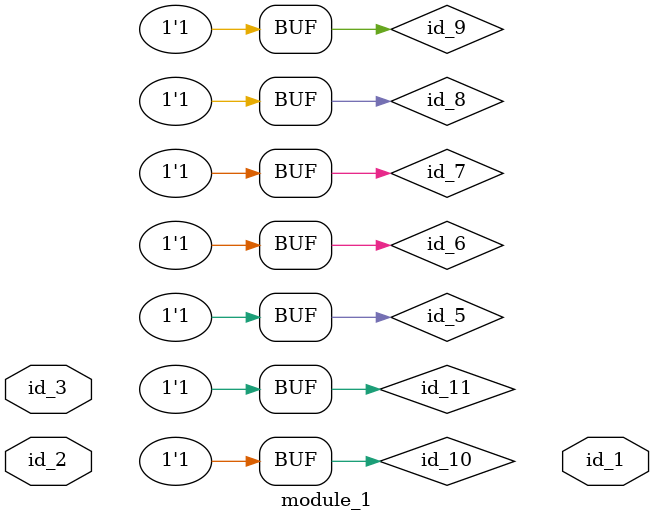
<source format=v>
module module_0 (
    id_1,
    id_2,
    id_3,
    id_4,
    id_5,
    id_6,
    id_7
);
  inout wire id_7;
  output wire id_6;
  output wire id_5;
  inout wire id_4;
  output wire id_3;
  input wire id_2;
  input wire id_1;
  wire id_8;
  wire id_9;
  wire id_10;
endmodule
module module_1 (
    id_1,
    id_2,
    id_3
);
  inout wire id_3;
  inout wire id_2;
  output wire id_1;
  wire id_4;
  supply1 id_5, id_6, id_7, id_8, id_9, id_10, id_11;
  assign id_9 = 'b0;
  `define pp_12 0
  wire id_13;
  wire id_14;
  module_0 modCall_1 (
      id_13,
      id_5,
      id_8,
      id_5,
      id_13,
      id_14,
      id_7
  );
endmodule

</source>
